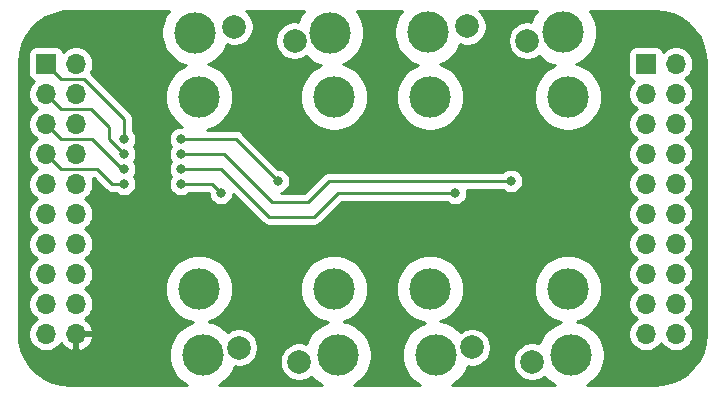
<source format=gbr>
%TF.GenerationSoftware,KiCad,Pcbnew,(5.1.6)-1*%
%TF.CreationDate,2020-06-16T18:44:35+01:00*%
%TF.ProjectId,I_sense_pcb,495f7365-6e73-4655-9f70-63622e6b6963,rev?*%
%TF.SameCoordinates,Original*%
%TF.FileFunction,Copper,L2,Bot*%
%TF.FilePolarity,Positive*%
%FSLAX46Y46*%
G04 Gerber Fmt 4.6, Leading zero omitted, Abs format (unit mm)*
G04 Created by KiCad (PCBNEW (5.1.6)-1) date 2020-06-16 18:44:35*
%MOMM*%
%LPD*%
G01*
G04 APERTURE LIST*
%TA.AperFunction,ComponentPad*%
%ADD10C,3.500000*%
%TD*%
%TA.AperFunction,ComponentPad*%
%ADD11C,2.010000*%
%TD*%
%TA.AperFunction,ComponentPad*%
%ADD12R,1.700000X1.700000*%
%TD*%
%TA.AperFunction,ComponentPad*%
%ADD13O,1.700000X1.700000*%
%TD*%
%TA.AperFunction,ViaPad*%
%ADD14C,0.800000*%
%TD*%
%TA.AperFunction,Conductor*%
%ADD15C,0.250000*%
%TD*%
%TA.AperFunction,Conductor*%
%ADD16C,0.254000*%
%TD*%
G04 APERTURE END LIST*
D10*
%TO.P,J9,1*%
%TO.N,Net-(F3-Pad2)*%
X153760000Y-55982000D03*
%TD*%
%TO.P,J10,1*%
%TO.N,Net-(F3-Pad1)*%
X142330000Y-55982000D03*
%TD*%
%TO.P,J14,1*%
%TO.N,Net-(J14-Pad1)*%
X154156000Y-77690000D03*
%TD*%
%TO.P,J15,1*%
%TO.N,Net-(J15-Pad1)*%
X154156000Y-61434000D03*
%TD*%
D11*
%TO.P,F4,1*%
%TO.N,Net-(F4-Pad1)*%
X146013000Y-82652000D03*
%TO.P,F4,2*%
%TO.N,Net-(F4-Pad2)*%
X151113000Y-83852000D03*
%TD*%
D10*
%TO.P,J13,1*%
%TO.N,Net-(J13-Pad1)*%
X142472000Y-61434000D03*
%TD*%
%TO.P,J16,1*%
%TO.N,Net-(J16-Pad1)*%
X142472000Y-77690000D03*
%TD*%
%TO.P,J12,1*%
%TO.N,Net-(F4-Pad1)*%
X142965000Y-83287000D03*
%TD*%
%TO.P,J11,1*%
%TO.N,Net-(F4-Pad2)*%
X154395000Y-83287000D03*
%TD*%
D11*
%TO.P,F3,2*%
%TO.N,Net-(F3-Pad2)*%
X150732000Y-56674000D03*
%TO.P,F3,1*%
%TO.N,Net-(F3-Pad1)*%
X145632000Y-55474000D03*
%TD*%
%TO.P,F2,1*%
%TO.N,Net-(F2-Pad1)*%
X125910000Y-55482000D03*
%TO.P,F2,2*%
%TO.N,Net-(F2-Pad2)*%
X131010000Y-56682000D03*
%TD*%
D10*
%TO.P,J1,1*%
%TO.N,Net-(F1-Pad2)*%
X134673000Y-83295000D03*
%TD*%
%TO.P,J2,1*%
%TO.N,Net-(F1-Pad1)*%
X123243000Y-83295000D03*
%TD*%
%TO.P,J7,1*%
%TO.N,Net-(J7-Pad1)*%
X122914000Y-77690000D03*
%TD*%
%TO.P,J6,1*%
%TO.N,Net-(J6-Pad1)*%
X122914000Y-61434000D03*
%TD*%
D11*
%TO.P,F1,2*%
%TO.N,Net-(F1-Pad2)*%
X131391000Y-83860000D03*
%TO.P,F1,1*%
%TO.N,Net-(F1-Pad1)*%
X126291000Y-82660000D03*
%TD*%
D10*
%TO.P,J8,1*%
%TO.N,Net-(J8-Pad1)*%
X134344000Y-61434000D03*
%TD*%
%TO.P,J5,1*%
%TO.N,Net-(J5-Pad1)*%
X134344000Y-77690000D03*
%TD*%
%TO.P,J4,1*%
%TO.N,Net-(F2-Pad1)*%
X122608000Y-55990000D03*
%TD*%
%TO.P,J3,1*%
%TO.N,Net-(F2-Pad2)*%
X134038000Y-55990000D03*
%TD*%
D12*
%TO.P,J17,1*%
%TO.N,A0*%
X109960000Y-58640000D03*
D13*
%TO.P,J17,2*%
%TO.N,I_sense_2*%
X112500000Y-58640000D03*
%TO.P,J17,3*%
%TO.N,A1*%
X109960000Y-61180000D03*
%TO.P,J17,4*%
%TO.N,T_sense2*%
X112500000Y-61180000D03*
%TO.P,J17,5*%
%TO.N,A2*%
X109960000Y-63720000D03*
%TO.P,J17,6*%
%TO.N,+3V3*%
X112500000Y-63720000D03*
%TO.P,J17,7*%
%TO.N,A3*%
X109960000Y-66260000D03*
%TO.P,J17,8*%
%TO.N,SDA*%
X112500000Y-66260000D03*
%TO.P,J17,9*%
%TO.N,A4*%
X109960000Y-68800000D03*
%TO.P,J17,10*%
%TO.N,SCL*%
X112500000Y-68800000D03*
%TO.P,J17,11*%
%TO.N,D0*%
X109960000Y-71340000D03*
%TO.P,J17,12*%
%TO.N,I_sense_1*%
X112500000Y-71340000D03*
%TO.P,J17,13*%
%TO.N,D1*%
X109960000Y-73880000D03*
%TO.P,J17,14*%
%TO.N,T_sense1*%
X112500000Y-73880000D03*
%TO.P,J17,15*%
%TO.N,D2*%
X109960000Y-76420000D03*
%TO.P,J17,16*%
%TO.N,D3*%
X112500000Y-76420000D03*
%TO.P,J17,17*%
%TO.N,PWM0*%
X109960000Y-78960000D03*
%TO.P,J17,18*%
%TO.N,+5V*%
X112500000Y-78960000D03*
%TO.P,J17,19*%
%TO.N,PWM1*%
X109960000Y-81500000D03*
%TO.P,J17,20*%
%TO.N,GND*%
X112500000Y-81500000D03*
%TD*%
%TO.P,J18,20*%
%TO.N,Net-(J18-Pad20)*%
X163300000Y-81500000D03*
%TO.P,J18,19*%
%TO.N,Net-(J18-Pad19)*%
X160760000Y-81500000D03*
%TO.P,J18,18*%
%TO.N,Net-(J18-Pad18)*%
X163300000Y-78960000D03*
%TO.P,J18,17*%
%TO.N,Net-(J18-Pad17)*%
X160760000Y-78960000D03*
%TO.P,J18,16*%
%TO.N,Net-(J18-Pad16)*%
X163300000Y-76420000D03*
%TO.P,J18,15*%
%TO.N,Net-(J18-Pad15)*%
X160760000Y-76420000D03*
%TO.P,J18,14*%
%TO.N,Net-(J18-Pad14)*%
X163300000Y-73880000D03*
%TO.P,J18,13*%
%TO.N,Net-(J18-Pad13)*%
X160760000Y-73880000D03*
%TO.P,J18,12*%
%TO.N,Net-(J18-Pad12)*%
X163300000Y-71340000D03*
%TO.P,J18,11*%
%TO.N,Net-(J18-Pad11)*%
X160760000Y-71340000D03*
%TO.P,J18,10*%
%TO.N,Net-(J18-Pad10)*%
X163300000Y-68800000D03*
%TO.P,J18,9*%
%TO.N,Net-(J18-Pad9)*%
X160760000Y-68800000D03*
%TO.P,J18,8*%
%TO.N,Net-(J18-Pad8)*%
X163300000Y-66260000D03*
%TO.P,J18,7*%
%TO.N,Net-(J18-Pad7)*%
X160760000Y-66260000D03*
%TO.P,J18,6*%
%TO.N,Net-(J18-Pad6)*%
X163300000Y-63720000D03*
%TO.P,J18,5*%
%TO.N,Net-(J18-Pad5)*%
X160760000Y-63720000D03*
%TO.P,J18,4*%
%TO.N,Net-(J18-Pad4)*%
X163300000Y-61180000D03*
%TO.P,J18,3*%
%TO.N,Net-(J18-Pad3)*%
X160760000Y-61180000D03*
%TO.P,J18,2*%
%TO.N,Net-(J18-Pad2)*%
X163300000Y-58640000D03*
D12*
%TO.P,J18,1*%
%TO.N,Net-(J18-Pad1)*%
X160760000Y-58640000D03*
%TD*%
D14*
%TO.N,GND*%
X128756000Y-73118000D03*
X128756000Y-66006000D03*
X148568000Y-73118000D03*
X148568000Y-66006000D03*
%TO.N,A0*%
X129593000Y-68563000D03*
X121390000Y-64990000D03*
X116564000Y-64990000D03*
%TO.N,A1*%
X149315000Y-68555000D03*
X121390000Y-66260000D03*
X116564000Y-66260000D03*
%TO.N,A2*%
X144616795Y-69562000D03*
X121390000Y-67530000D03*
X116564000Y-67530000D03*
%TO.N,A3*%
X124780000Y-69562000D03*
X121390000Y-68800000D03*
X116564000Y-68800000D03*
%TD*%
D15*
%TO.N,A0*%
X111230000Y-59910000D02*
X109960000Y-58640000D01*
X113172200Y-59910000D02*
X111230000Y-59910000D01*
X129593000Y-68563000D02*
X126020000Y-64990000D01*
X126020000Y-64990000D02*
X121390000Y-64990000D01*
X121390000Y-64990000D02*
X121390000Y-64990000D01*
X116564000Y-64990000D02*
X116564000Y-64990000D01*
X116564000Y-63301800D02*
X113172200Y-59910000D01*
X116564000Y-64990000D02*
X116564000Y-63301800D01*
%TO.N,A1*%
X133915000Y-68555000D02*
X132146000Y-70324000D01*
X129098000Y-70324000D02*
X125034000Y-66260000D01*
X125034000Y-66260000D02*
X121390000Y-66260000D01*
X132146000Y-70324000D02*
X129098000Y-70324000D01*
X116564000Y-66260000D02*
X116564000Y-66260000D01*
X111230000Y-62450000D02*
X109960000Y-61180000D01*
X113770000Y-62450000D02*
X111230000Y-62450000D01*
X115294000Y-63974000D02*
X113770000Y-62450000D01*
X116564000Y-66260000D02*
X115294000Y-64990000D01*
X115294000Y-64990000D02*
X115294000Y-63974000D01*
X133915000Y-68555000D02*
X149315000Y-68555000D01*
%TO.N,A2*%
X128844000Y-71594000D02*
X132654000Y-71594000D01*
X111230000Y-64990000D02*
X113858000Y-64990000D01*
X132654000Y-71594000D02*
X134686000Y-69562000D01*
X116398000Y-67530000D02*
X116564000Y-67530000D01*
X109960000Y-63720000D02*
X111230000Y-64990000D01*
X124780000Y-67530000D02*
X128844000Y-71594000D01*
X121390000Y-67530000D02*
X124780000Y-67530000D01*
X113858000Y-64990000D02*
X116398000Y-67530000D01*
X144616795Y-69562000D02*
X134686000Y-69562000D01*
%TO.N,A3*%
X124780000Y-69562000D02*
X124018000Y-68800000D01*
X124018000Y-68800000D02*
X121390000Y-68800000D01*
X114303400Y-67555400D02*
X111255400Y-67555400D01*
X116564000Y-68800000D02*
X115548000Y-68800000D01*
X111255400Y-67555400D02*
X109960000Y-66260000D01*
X115548000Y-68800000D02*
X114303400Y-67555400D01*
%TD*%
D16*
%TO.N,GND*%
G36*
X120058435Y-54627229D02*
G01*
X119841561Y-55150810D01*
X119731000Y-55706640D01*
X119731000Y-56273360D01*
X119841561Y-56829190D01*
X120058435Y-57352771D01*
X120373288Y-57823981D01*
X120774019Y-58224712D01*
X121245229Y-58539565D01*
X121768810Y-58756439D01*
X121830577Y-58768725D01*
X121551229Y-58884435D01*
X121080019Y-59199288D01*
X120679288Y-59600019D01*
X120364435Y-60071229D01*
X120147561Y-60594810D01*
X120037000Y-61150640D01*
X120037000Y-61717360D01*
X120147561Y-62273190D01*
X120364435Y-62796771D01*
X120679288Y-63267981D01*
X121080019Y-63668712D01*
X121515489Y-63959684D01*
X121491939Y-63955000D01*
X121288061Y-63955000D01*
X121088102Y-63994774D01*
X120899744Y-64072795D01*
X120730226Y-64186063D01*
X120586063Y-64330226D01*
X120472795Y-64499744D01*
X120394774Y-64688102D01*
X120355000Y-64888061D01*
X120355000Y-65091939D01*
X120394774Y-65291898D01*
X120472795Y-65480256D01*
X120569510Y-65625000D01*
X120472795Y-65769744D01*
X120394774Y-65958102D01*
X120355000Y-66158061D01*
X120355000Y-66361939D01*
X120394774Y-66561898D01*
X120472795Y-66750256D01*
X120569510Y-66895000D01*
X120472795Y-67039744D01*
X120394774Y-67228102D01*
X120355000Y-67428061D01*
X120355000Y-67631939D01*
X120394774Y-67831898D01*
X120472795Y-68020256D01*
X120569510Y-68165000D01*
X120472795Y-68309744D01*
X120394774Y-68498102D01*
X120355000Y-68698061D01*
X120355000Y-68901939D01*
X120394774Y-69101898D01*
X120472795Y-69290256D01*
X120586063Y-69459774D01*
X120730226Y-69603937D01*
X120899744Y-69717205D01*
X121088102Y-69795226D01*
X121288061Y-69835000D01*
X121491939Y-69835000D01*
X121691898Y-69795226D01*
X121880256Y-69717205D01*
X122049774Y-69603937D01*
X122093711Y-69560000D01*
X123703199Y-69560000D01*
X123745000Y-69601801D01*
X123745000Y-69663939D01*
X123784774Y-69863898D01*
X123862795Y-70052256D01*
X123976063Y-70221774D01*
X124120226Y-70365937D01*
X124289744Y-70479205D01*
X124478102Y-70557226D01*
X124678061Y-70597000D01*
X124881939Y-70597000D01*
X125081898Y-70557226D01*
X125270256Y-70479205D01*
X125439774Y-70365937D01*
X125583937Y-70221774D01*
X125697205Y-70052256D01*
X125775226Y-69863898D01*
X125815000Y-69663939D01*
X125815000Y-69639801D01*
X128280201Y-72105003D01*
X128303999Y-72134001D01*
X128332997Y-72157799D01*
X128419723Y-72228974D01*
X128527593Y-72286632D01*
X128551753Y-72299546D01*
X128695014Y-72343003D01*
X128806667Y-72354000D01*
X128806677Y-72354000D01*
X128844000Y-72357676D01*
X128881323Y-72354000D01*
X132616678Y-72354000D01*
X132654000Y-72357676D01*
X132691322Y-72354000D01*
X132691333Y-72354000D01*
X132802986Y-72343003D01*
X132946247Y-72299546D01*
X133078276Y-72228974D01*
X133194001Y-72134001D01*
X133217804Y-72104997D01*
X135000802Y-70322000D01*
X143913084Y-70322000D01*
X143957021Y-70365937D01*
X144126539Y-70479205D01*
X144314897Y-70557226D01*
X144514856Y-70597000D01*
X144718734Y-70597000D01*
X144918693Y-70557226D01*
X145107051Y-70479205D01*
X145276569Y-70365937D01*
X145420732Y-70221774D01*
X145534000Y-70052256D01*
X145612021Y-69863898D01*
X145651795Y-69663939D01*
X145651795Y-69460061D01*
X145622941Y-69315000D01*
X148611289Y-69315000D01*
X148655226Y-69358937D01*
X148824744Y-69472205D01*
X149013102Y-69550226D01*
X149213061Y-69590000D01*
X149416939Y-69590000D01*
X149616898Y-69550226D01*
X149805256Y-69472205D01*
X149974774Y-69358937D01*
X150118937Y-69214774D01*
X150232205Y-69045256D01*
X150310226Y-68856898D01*
X150350000Y-68656939D01*
X150350000Y-68453061D01*
X150310226Y-68253102D01*
X150232205Y-68064744D01*
X150118937Y-67895226D01*
X149974774Y-67751063D01*
X149805256Y-67637795D01*
X149616898Y-67559774D01*
X149416939Y-67520000D01*
X149213061Y-67520000D01*
X149013102Y-67559774D01*
X148824744Y-67637795D01*
X148655226Y-67751063D01*
X148611289Y-67795000D01*
X133952325Y-67795000D01*
X133915000Y-67791324D01*
X133877675Y-67795000D01*
X133877667Y-67795000D01*
X133766014Y-67805997D01*
X133622753Y-67849454D01*
X133490724Y-67920026D01*
X133374999Y-68014999D01*
X133351201Y-68043997D01*
X131831199Y-69564000D01*
X129865870Y-69564000D01*
X129894898Y-69558226D01*
X130083256Y-69480205D01*
X130252774Y-69366937D01*
X130396937Y-69222774D01*
X130510205Y-69053256D01*
X130588226Y-68864898D01*
X130628000Y-68664939D01*
X130628000Y-68461061D01*
X130588226Y-68261102D01*
X130510205Y-68072744D01*
X130396937Y-67903226D01*
X130252774Y-67759063D01*
X130083256Y-67645795D01*
X129894898Y-67567774D01*
X129694939Y-67528000D01*
X129632802Y-67528000D01*
X126583804Y-64479003D01*
X126560001Y-64449999D01*
X126444276Y-64355026D01*
X126312247Y-64284454D01*
X126168986Y-64240997D01*
X126057333Y-64230000D01*
X126057322Y-64230000D01*
X126020000Y-64226324D01*
X125982678Y-64230000D01*
X123604576Y-64230000D01*
X123753190Y-64200439D01*
X124276771Y-63983565D01*
X124747981Y-63668712D01*
X125148712Y-63267981D01*
X125463565Y-62796771D01*
X125680439Y-62273190D01*
X125791000Y-61717360D01*
X125791000Y-61150640D01*
X125680439Y-60594810D01*
X125463565Y-60071229D01*
X125148712Y-59600019D01*
X124747981Y-59199288D01*
X124276771Y-58884435D01*
X123753190Y-58667561D01*
X123691423Y-58655275D01*
X123970771Y-58539565D01*
X124441981Y-58224712D01*
X124842712Y-57823981D01*
X125157565Y-57352771D01*
X125301573Y-57005104D01*
X125431630Y-57058975D01*
X125748474Y-57122000D01*
X126071526Y-57122000D01*
X126388370Y-57058975D01*
X126686831Y-56935349D01*
X126955439Y-56755871D01*
X127183871Y-56527439D01*
X127363349Y-56258831D01*
X127486975Y-55960370D01*
X127550000Y-55643526D01*
X127550000Y-55320474D01*
X127486975Y-55003630D01*
X127363349Y-54705169D01*
X127183871Y-54436561D01*
X126955439Y-54208129D01*
X126883409Y-54160000D01*
X131800628Y-54160000D01*
X131488435Y-54627229D01*
X131305586Y-55068667D01*
X131171526Y-55042000D01*
X130848474Y-55042000D01*
X130531630Y-55105025D01*
X130233169Y-55228651D01*
X129964561Y-55408129D01*
X129736129Y-55636561D01*
X129556651Y-55905169D01*
X129433025Y-56203630D01*
X129370000Y-56520474D01*
X129370000Y-56843526D01*
X129433025Y-57160370D01*
X129556651Y-57458831D01*
X129736129Y-57727439D01*
X129964561Y-57955871D01*
X130233169Y-58135349D01*
X130531630Y-58258975D01*
X130848474Y-58322000D01*
X131171526Y-58322000D01*
X131488370Y-58258975D01*
X131786831Y-58135349D01*
X131983348Y-58004041D01*
X132204019Y-58224712D01*
X132675229Y-58539565D01*
X133198810Y-58756439D01*
X133260577Y-58768725D01*
X132981229Y-58884435D01*
X132510019Y-59199288D01*
X132109288Y-59600019D01*
X131794435Y-60071229D01*
X131577561Y-60594810D01*
X131467000Y-61150640D01*
X131467000Y-61717360D01*
X131577561Y-62273190D01*
X131794435Y-62796771D01*
X132109288Y-63267981D01*
X132510019Y-63668712D01*
X132981229Y-63983565D01*
X133504810Y-64200439D01*
X134060640Y-64311000D01*
X134627360Y-64311000D01*
X135183190Y-64200439D01*
X135706771Y-63983565D01*
X136177981Y-63668712D01*
X136578712Y-63267981D01*
X136893565Y-62796771D01*
X137110439Y-62273190D01*
X137221000Y-61717360D01*
X137221000Y-61150640D01*
X137110439Y-60594810D01*
X136893565Y-60071229D01*
X136578712Y-59600019D01*
X136177981Y-59199288D01*
X135706771Y-58884435D01*
X135183190Y-58667561D01*
X135121423Y-58655275D01*
X135400771Y-58539565D01*
X135871981Y-58224712D01*
X136272712Y-57823981D01*
X136587565Y-57352771D01*
X136804439Y-56829190D01*
X136915000Y-56273360D01*
X136915000Y-55706640D01*
X136804439Y-55150810D01*
X136587565Y-54627229D01*
X136275372Y-54160000D01*
X140087283Y-54160000D01*
X139780435Y-54619229D01*
X139563561Y-55142810D01*
X139453000Y-55698640D01*
X139453000Y-56265360D01*
X139563561Y-56821190D01*
X139780435Y-57344771D01*
X140095288Y-57815981D01*
X140496019Y-58216712D01*
X140967229Y-58531565D01*
X141464181Y-58737409D01*
X141109229Y-58884435D01*
X140638019Y-59199288D01*
X140237288Y-59600019D01*
X139922435Y-60071229D01*
X139705561Y-60594810D01*
X139595000Y-61150640D01*
X139595000Y-61717360D01*
X139705561Y-62273190D01*
X139922435Y-62796771D01*
X140237288Y-63267981D01*
X140638019Y-63668712D01*
X141109229Y-63983565D01*
X141632810Y-64200439D01*
X142188640Y-64311000D01*
X142755360Y-64311000D01*
X143311190Y-64200439D01*
X143834771Y-63983565D01*
X144305981Y-63668712D01*
X144706712Y-63267981D01*
X145021565Y-62796771D01*
X145238439Y-62273190D01*
X145349000Y-61717360D01*
X145349000Y-61150640D01*
X145238439Y-60594810D01*
X145021565Y-60071229D01*
X144706712Y-59600019D01*
X144305981Y-59199288D01*
X143834771Y-58884435D01*
X143337819Y-58678591D01*
X143692771Y-58531565D01*
X144163981Y-58216712D01*
X144564712Y-57815981D01*
X144879565Y-57344771D01*
X145023573Y-56997104D01*
X145153630Y-57050975D01*
X145470474Y-57114000D01*
X145793526Y-57114000D01*
X146110370Y-57050975D01*
X146408831Y-56927349D01*
X146677439Y-56747871D01*
X146905871Y-56519439D01*
X147085349Y-56250831D01*
X147208975Y-55952370D01*
X147272000Y-55635526D01*
X147272000Y-55312474D01*
X147208975Y-54995630D01*
X147085349Y-54697169D01*
X146905871Y-54428561D01*
X146677439Y-54200129D01*
X146617382Y-54160000D01*
X151517283Y-54160000D01*
X151210435Y-54619229D01*
X151027586Y-55060667D01*
X150893526Y-55034000D01*
X150570474Y-55034000D01*
X150253630Y-55097025D01*
X149955169Y-55220651D01*
X149686561Y-55400129D01*
X149458129Y-55628561D01*
X149278651Y-55897169D01*
X149155025Y-56195630D01*
X149092000Y-56512474D01*
X149092000Y-56835526D01*
X149155025Y-57152370D01*
X149278651Y-57450831D01*
X149458129Y-57719439D01*
X149686561Y-57947871D01*
X149955169Y-58127349D01*
X150253630Y-58250975D01*
X150570474Y-58314000D01*
X150893526Y-58314000D01*
X151210370Y-58250975D01*
X151508831Y-58127349D01*
X151705348Y-57996041D01*
X151926019Y-58216712D01*
X152397229Y-58531565D01*
X152920810Y-58748439D01*
X153056427Y-58775415D01*
X152793229Y-58884435D01*
X152322019Y-59199288D01*
X151921288Y-59600019D01*
X151606435Y-60071229D01*
X151389561Y-60594810D01*
X151279000Y-61150640D01*
X151279000Y-61717360D01*
X151389561Y-62273190D01*
X151606435Y-62796771D01*
X151921288Y-63267981D01*
X152322019Y-63668712D01*
X152793229Y-63983565D01*
X153316810Y-64200439D01*
X153872640Y-64311000D01*
X154439360Y-64311000D01*
X154995190Y-64200439D01*
X155518771Y-63983565D01*
X155989981Y-63668712D01*
X156390712Y-63267981D01*
X156705565Y-62796771D01*
X156922439Y-62273190D01*
X157033000Y-61717360D01*
X157033000Y-61150640D01*
X156922439Y-60594810D01*
X156705565Y-60071229D01*
X156390712Y-59600019D01*
X155989981Y-59199288D01*
X155518771Y-58884435D01*
X154995190Y-58667561D01*
X154859573Y-58640585D01*
X155122771Y-58531565D01*
X155593981Y-58216712D01*
X155994712Y-57815981D01*
X156012071Y-57790000D01*
X159271928Y-57790000D01*
X159271928Y-59490000D01*
X159284188Y-59614482D01*
X159320498Y-59734180D01*
X159379463Y-59844494D01*
X159458815Y-59941185D01*
X159555506Y-60020537D01*
X159665820Y-60079502D01*
X159738380Y-60101513D01*
X159606525Y-60233368D01*
X159444010Y-60476589D01*
X159332068Y-60746842D01*
X159275000Y-61033740D01*
X159275000Y-61326260D01*
X159332068Y-61613158D01*
X159444010Y-61883411D01*
X159606525Y-62126632D01*
X159813368Y-62333475D01*
X159987760Y-62450000D01*
X159813368Y-62566525D01*
X159606525Y-62773368D01*
X159444010Y-63016589D01*
X159332068Y-63286842D01*
X159275000Y-63573740D01*
X159275000Y-63866260D01*
X159332068Y-64153158D01*
X159444010Y-64423411D01*
X159606525Y-64666632D01*
X159813368Y-64873475D01*
X159987760Y-64990000D01*
X159813368Y-65106525D01*
X159606525Y-65313368D01*
X159444010Y-65556589D01*
X159332068Y-65826842D01*
X159275000Y-66113740D01*
X159275000Y-66406260D01*
X159332068Y-66693158D01*
X159444010Y-66963411D01*
X159606525Y-67206632D01*
X159813368Y-67413475D01*
X159987760Y-67530000D01*
X159813368Y-67646525D01*
X159606525Y-67853368D01*
X159444010Y-68096589D01*
X159332068Y-68366842D01*
X159275000Y-68653740D01*
X159275000Y-68946260D01*
X159332068Y-69233158D01*
X159444010Y-69503411D01*
X159606525Y-69746632D01*
X159813368Y-69953475D01*
X159987760Y-70070000D01*
X159813368Y-70186525D01*
X159606525Y-70393368D01*
X159444010Y-70636589D01*
X159332068Y-70906842D01*
X159275000Y-71193740D01*
X159275000Y-71486260D01*
X159332068Y-71773158D01*
X159444010Y-72043411D01*
X159606525Y-72286632D01*
X159813368Y-72493475D01*
X159987760Y-72610000D01*
X159813368Y-72726525D01*
X159606525Y-72933368D01*
X159444010Y-73176589D01*
X159332068Y-73446842D01*
X159275000Y-73733740D01*
X159275000Y-74026260D01*
X159332068Y-74313158D01*
X159444010Y-74583411D01*
X159606525Y-74826632D01*
X159813368Y-75033475D01*
X159987760Y-75150000D01*
X159813368Y-75266525D01*
X159606525Y-75473368D01*
X159444010Y-75716589D01*
X159332068Y-75986842D01*
X159275000Y-76273740D01*
X159275000Y-76566260D01*
X159332068Y-76853158D01*
X159444010Y-77123411D01*
X159606525Y-77366632D01*
X159813368Y-77573475D01*
X159987760Y-77690000D01*
X159813368Y-77806525D01*
X159606525Y-78013368D01*
X159444010Y-78256589D01*
X159332068Y-78526842D01*
X159275000Y-78813740D01*
X159275000Y-79106260D01*
X159332068Y-79393158D01*
X159444010Y-79663411D01*
X159606525Y-79906632D01*
X159813368Y-80113475D01*
X159987760Y-80230000D01*
X159813368Y-80346525D01*
X159606525Y-80553368D01*
X159444010Y-80796589D01*
X159332068Y-81066842D01*
X159275000Y-81353740D01*
X159275000Y-81646260D01*
X159332068Y-81933158D01*
X159444010Y-82203411D01*
X159606525Y-82446632D01*
X159813368Y-82653475D01*
X160056589Y-82815990D01*
X160326842Y-82927932D01*
X160613740Y-82985000D01*
X160906260Y-82985000D01*
X161193158Y-82927932D01*
X161463411Y-82815990D01*
X161706632Y-82653475D01*
X161913475Y-82446632D01*
X162030000Y-82272240D01*
X162146525Y-82446632D01*
X162353368Y-82653475D01*
X162596589Y-82815990D01*
X162866842Y-82927932D01*
X163153740Y-82985000D01*
X163446260Y-82985000D01*
X163733158Y-82927932D01*
X164003411Y-82815990D01*
X164246632Y-82653475D01*
X164453475Y-82446632D01*
X164615990Y-82203411D01*
X164727932Y-81933158D01*
X164785000Y-81646260D01*
X164785000Y-81353740D01*
X164727932Y-81066842D01*
X164615990Y-80796589D01*
X164453475Y-80553368D01*
X164246632Y-80346525D01*
X164072240Y-80230000D01*
X164246632Y-80113475D01*
X164453475Y-79906632D01*
X164615990Y-79663411D01*
X164727932Y-79393158D01*
X164785000Y-79106260D01*
X164785000Y-78813740D01*
X164727932Y-78526842D01*
X164615990Y-78256589D01*
X164453475Y-78013368D01*
X164246632Y-77806525D01*
X164072240Y-77690000D01*
X164246632Y-77573475D01*
X164453475Y-77366632D01*
X164615990Y-77123411D01*
X164727932Y-76853158D01*
X164785000Y-76566260D01*
X164785000Y-76273740D01*
X164727932Y-75986842D01*
X164615990Y-75716589D01*
X164453475Y-75473368D01*
X164246632Y-75266525D01*
X164072240Y-75150000D01*
X164246632Y-75033475D01*
X164453475Y-74826632D01*
X164615990Y-74583411D01*
X164727932Y-74313158D01*
X164785000Y-74026260D01*
X164785000Y-73733740D01*
X164727932Y-73446842D01*
X164615990Y-73176589D01*
X164453475Y-72933368D01*
X164246632Y-72726525D01*
X164072240Y-72610000D01*
X164246632Y-72493475D01*
X164453475Y-72286632D01*
X164615990Y-72043411D01*
X164727932Y-71773158D01*
X164785000Y-71486260D01*
X164785000Y-71193740D01*
X164727932Y-70906842D01*
X164615990Y-70636589D01*
X164453475Y-70393368D01*
X164246632Y-70186525D01*
X164072240Y-70070000D01*
X164246632Y-69953475D01*
X164453475Y-69746632D01*
X164615990Y-69503411D01*
X164727932Y-69233158D01*
X164785000Y-68946260D01*
X164785000Y-68653740D01*
X164727932Y-68366842D01*
X164615990Y-68096589D01*
X164453475Y-67853368D01*
X164246632Y-67646525D01*
X164072240Y-67530000D01*
X164246632Y-67413475D01*
X164453475Y-67206632D01*
X164615990Y-66963411D01*
X164727932Y-66693158D01*
X164785000Y-66406260D01*
X164785000Y-66113740D01*
X164727932Y-65826842D01*
X164615990Y-65556589D01*
X164453475Y-65313368D01*
X164246632Y-65106525D01*
X164072240Y-64990000D01*
X164246632Y-64873475D01*
X164453475Y-64666632D01*
X164615990Y-64423411D01*
X164727932Y-64153158D01*
X164785000Y-63866260D01*
X164785000Y-63573740D01*
X164727932Y-63286842D01*
X164615990Y-63016589D01*
X164453475Y-62773368D01*
X164246632Y-62566525D01*
X164072240Y-62450000D01*
X164246632Y-62333475D01*
X164453475Y-62126632D01*
X164615990Y-61883411D01*
X164727932Y-61613158D01*
X164785000Y-61326260D01*
X164785000Y-61033740D01*
X164727932Y-60746842D01*
X164615990Y-60476589D01*
X164453475Y-60233368D01*
X164246632Y-60026525D01*
X164072240Y-59910000D01*
X164246632Y-59793475D01*
X164453475Y-59586632D01*
X164615990Y-59343411D01*
X164727932Y-59073158D01*
X164785000Y-58786260D01*
X164785000Y-58493740D01*
X164727932Y-58206842D01*
X164615990Y-57936589D01*
X164453475Y-57693368D01*
X164246632Y-57486525D01*
X164003411Y-57324010D01*
X163733158Y-57212068D01*
X163446260Y-57155000D01*
X163153740Y-57155000D01*
X162866842Y-57212068D01*
X162596589Y-57324010D01*
X162353368Y-57486525D01*
X162221513Y-57618380D01*
X162199502Y-57545820D01*
X162140537Y-57435506D01*
X162061185Y-57338815D01*
X161964494Y-57259463D01*
X161854180Y-57200498D01*
X161734482Y-57164188D01*
X161610000Y-57151928D01*
X159910000Y-57151928D01*
X159785518Y-57164188D01*
X159665820Y-57200498D01*
X159555506Y-57259463D01*
X159458815Y-57338815D01*
X159379463Y-57435506D01*
X159320498Y-57545820D01*
X159284188Y-57665518D01*
X159271928Y-57790000D01*
X156012071Y-57790000D01*
X156309565Y-57344771D01*
X156526439Y-56821190D01*
X156637000Y-56265360D01*
X156637000Y-55698640D01*
X156526439Y-55142810D01*
X156309565Y-54619229D01*
X156002717Y-54160000D01*
X161470608Y-54160000D01*
X162268083Y-54231173D01*
X163011891Y-54434656D01*
X163707905Y-54766638D01*
X164334130Y-55216626D01*
X164870777Y-55770403D01*
X165300871Y-56410451D01*
X165610829Y-57116553D01*
X165792065Y-57871457D01*
X165840001Y-58524220D01*
X165840000Y-81470608D01*
X165768827Y-82268083D01*
X165565344Y-83011890D01*
X165233363Y-83707904D01*
X164783374Y-84334130D01*
X164229597Y-84870777D01*
X163589549Y-85300871D01*
X162883447Y-85610829D01*
X162128543Y-85792065D01*
X161475793Y-85840000D01*
X155749478Y-85840000D01*
X155757771Y-85836565D01*
X156228981Y-85521712D01*
X156629712Y-85120981D01*
X156944565Y-84649771D01*
X157161439Y-84126190D01*
X157272000Y-83570360D01*
X157272000Y-83003640D01*
X157161439Y-82447810D01*
X156944565Y-81924229D01*
X156629712Y-81453019D01*
X156228981Y-81052288D01*
X155757771Y-80737435D01*
X155234190Y-80520561D01*
X154953508Y-80464730D01*
X154995190Y-80456439D01*
X155518771Y-80239565D01*
X155989981Y-79924712D01*
X156390712Y-79523981D01*
X156705565Y-79052771D01*
X156922439Y-78529190D01*
X157033000Y-77973360D01*
X157033000Y-77406640D01*
X156922439Y-76850810D01*
X156705565Y-76327229D01*
X156390712Y-75856019D01*
X155989981Y-75455288D01*
X155518771Y-75140435D01*
X154995190Y-74923561D01*
X154439360Y-74813000D01*
X153872640Y-74813000D01*
X153316810Y-74923561D01*
X152793229Y-75140435D01*
X152322019Y-75455288D01*
X151921288Y-75856019D01*
X151606435Y-76327229D01*
X151389561Y-76850810D01*
X151279000Y-77406640D01*
X151279000Y-77973360D01*
X151389561Y-78529190D01*
X151606435Y-79052771D01*
X151921288Y-79523981D01*
X152322019Y-79924712D01*
X152793229Y-80239565D01*
X153316810Y-80456439D01*
X153597492Y-80512270D01*
X153555810Y-80520561D01*
X153032229Y-80737435D01*
X152561019Y-81052288D01*
X152160288Y-81453019D01*
X151845435Y-81924229D01*
X151684203Y-82313478D01*
X151591370Y-82275025D01*
X151274526Y-82212000D01*
X150951474Y-82212000D01*
X150634630Y-82275025D01*
X150336169Y-82398651D01*
X150067561Y-82578129D01*
X149839129Y-82806561D01*
X149659651Y-83075169D01*
X149536025Y-83373630D01*
X149473000Y-83690474D01*
X149473000Y-84013526D01*
X149536025Y-84330370D01*
X149659651Y-84628831D01*
X149839129Y-84897439D01*
X150067561Y-85125871D01*
X150336169Y-85305349D01*
X150634630Y-85428975D01*
X150951474Y-85492000D01*
X151274526Y-85492000D01*
X151591370Y-85428975D01*
X151889831Y-85305349D01*
X152158439Y-85125871D01*
X152161809Y-85122502D01*
X152561019Y-85521712D01*
X153032229Y-85836565D01*
X153040522Y-85840000D01*
X144319478Y-85840000D01*
X144327771Y-85836565D01*
X144798981Y-85521712D01*
X145199712Y-85120981D01*
X145514565Y-84649771D01*
X145677124Y-84257319D01*
X145851474Y-84292000D01*
X146174526Y-84292000D01*
X146491370Y-84228975D01*
X146789831Y-84105349D01*
X147058439Y-83925871D01*
X147286871Y-83697439D01*
X147466349Y-83428831D01*
X147589975Y-83130370D01*
X147653000Y-82813526D01*
X147653000Y-82490474D01*
X147589975Y-82173630D01*
X147466349Y-81875169D01*
X147286871Y-81606561D01*
X147058439Y-81378129D01*
X146789831Y-81198651D01*
X146491370Y-81075025D01*
X146174526Y-81012000D01*
X145851474Y-81012000D01*
X145534630Y-81075025D01*
X145236169Y-81198651D01*
X145061832Y-81315139D01*
X144798981Y-81052288D01*
X144327771Y-80737435D01*
X143804190Y-80520561D01*
X143366548Y-80433509D01*
X143834771Y-80239565D01*
X144305981Y-79924712D01*
X144706712Y-79523981D01*
X145021565Y-79052771D01*
X145238439Y-78529190D01*
X145349000Y-77973360D01*
X145349000Y-77406640D01*
X145238439Y-76850810D01*
X145021565Y-76327229D01*
X144706712Y-75856019D01*
X144305981Y-75455288D01*
X143834771Y-75140435D01*
X143311190Y-74923561D01*
X142755360Y-74813000D01*
X142188640Y-74813000D01*
X141632810Y-74923561D01*
X141109229Y-75140435D01*
X140638019Y-75455288D01*
X140237288Y-75856019D01*
X139922435Y-76327229D01*
X139705561Y-76850810D01*
X139595000Y-77406640D01*
X139595000Y-77973360D01*
X139705561Y-78529190D01*
X139922435Y-79052771D01*
X140237288Y-79523981D01*
X140638019Y-79924712D01*
X141109229Y-80239565D01*
X141632810Y-80456439D01*
X142070452Y-80543491D01*
X141602229Y-80737435D01*
X141131019Y-81052288D01*
X140730288Y-81453019D01*
X140415435Y-81924229D01*
X140198561Y-82447810D01*
X140088000Y-83003640D01*
X140088000Y-83570360D01*
X140198561Y-84126190D01*
X140415435Y-84649771D01*
X140730288Y-85120981D01*
X141131019Y-85521712D01*
X141602229Y-85836565D01*
X141610522Y-85840000D01*
X136042603Y-85840000D01*
X136506981Y-85529712D01*
X136907712Y-85128981D01*
X137222565Y-84657771D01*
X137439439Y-84134190D01*
X137550000Y-83578360D01*
X137550000Y-83011640D01*
X137439439Y-82455810D01*
X137222565Y-81932229D01*
X136907712Y-81461019D01*
X136506981Y-81060288D01*
X136035771Y-80745435D01*
X135512190Y-80528561D01*
X135166398Y-80459779D01*
X135183190Y-80456439D01*
X135706771Y-80239565D01*
X136177981Y-79924712D01*
X136578712Y-79523981D01*
X136893565Y-79052771D01*
X137110439Y-78529190D01*
X137221000Y-77973360D01*
X137221000Y-77406640D01*
X137110439Y-76850810D01*
X136893565Y-76327229D01*
X136578712Y-75856019D01*
X136177981Y-75455288D01*
X135706771Y-75140435D01*
X135183190Y-74923561D01*
X134627360Y-74813000D01*
X134060640Y-74813000D01*
X133504810Y-74923561D01*
X132981229Y-75140435D01*
X132510019Y-75455288D01*
X132109288Y-75856019D01*
X131794435Y-76327229D01*
X131577561Y-76850810D01*
X131467000Y-77406640D01*
X131467000Y-77973360D01*
X131577561Y-78529190D01*
X131794435Y-79052771D01*
X132109288Y-79523981D01*
X132510019Y-79924712D01*
X132981229Y-80239565D01*
X133504810Y-80456439D01*
X133850602Y-80525221D01*
X133833810Y-80528561D01*
X133310229Y-80745435D01*
X132839019Y-81060288D01*
X132438288Y-81461019D01*
X132123435Y-81932229D01*
X131962203Y-82321478D01*
X131869370Y-82283025D01*
X131552526Y-82220000D01*
X131229474Y-82220000D01*
X130912630Y-82283025D01*
X130614169Y-82406651D01*
X130345561Y-82586129D01*
X130117129Y-82814561D01*
X129937651Y-83083169D01*
X129814025Y-83381630D01*
X129751000Y-83698474D01*
X129751000Y-84021526D01*
X129814025Y-84338370D01*
X129937651Y-84636831D01*
X130117129Y-84905439D01*
X130345561Y-85133871D01*
X130614169Y-85313349D01*
X130912630Y-85436975D01*
X131229474Y-85500000D01*
X131552526Y-85500000D01*
X131869370Y-85436975D01*
X132167831Y-85313349D01*
X132436439Y-85133871D01*
X132439809Y-85130502D01*
X132839019Y-85529712D01*
X133303397Y-85840000D01*
X124612603Y-85840000D01*
X125076981Y-85529712D01*
X125477712Y-85128981D01*
X125792565Y-84657771D01*
X125955124Y-84265319D01*
X126129474Y-84300000D01*
X126452526Y-84300000D01*
X126769370Y-84236975D01*
X127067831Y-84113349D01*
X127336439Y-83933871D01*
X127564871Y-83705439D01*
X127744349Y-83436831D01*
X127867975Y-83138370D01*
X127931000Y-82821526D01*
X127931000Y-82498474D01*
X127867975Y-82181630D01*
X127744349Y-81883169D01*
X127564871Y-81614561D01*
X127336439Y-81386129D01*
X127067831Y-81206651D01*
X126769370Y-81083025D01*
X126452526Y-81020000D01*
X126129474Y-81020000D01*
X125812630Y-81083025D01*
X125514169Y-81206651D01*
X125339832Y-81323139D01*
X125076981Y-81060288D01*
X124605771Y-80745435D01*
X124082190Y-80528561D01*
X123736398Y-80459779D01*
X123753190Y-80456439D01*
X124276771Y-80239565D01*
X124747981Y-79924712D01*
X125148712Y-79523981D01*
X125463565Y-79052771D01*
X125680439Y-78529190D01*
X125791000Y-77973360D01*
X125791000Y-77406640D01*
X125680439Y-76850810D01*
X125463565Y-76327229D01*
X125148712Y-75856019D01*
X124747981Y-75455288D01*
X124276771Y-75140435D01*
X123753190Y-74923561D01*
X123197360Y-74813000D01*
X122630640Y-74813000D01*
X122074810Y-74923561D01*
X121551229Y-75140435D01*
X121080019Y-75455288D01*
X120679288Y-75856019D01*
X120364435Y-76327229D01*
X120147561Y-76850810D01*
X120037000Y-77406640D01*
X120037000Y-77973360D01*
X120147561Y-78529190D01*
X120364435Y-79052771D01*
X120679288Y-79523981D01*
X121080019Y-79924712D01*
X121551229Y-80239565D01*
X122074810Y-80456439D01*
X122420602Y-80525221D01*
X122403810Y-80528561D01*
X121880229Y-80745435D01*
X121409019Y-81060288D01*
X121008288Y-81461019D01*
X120693435Y-81932229D01*
X120476561Y-82455810D01*
X120366000Y-83011640D01*
X120366000Y-83578360D01*
X120476561Y-84134190D01*
X120693435Y-84657771D01*
X121008288Y-85128981D01*
X121409019Y-85529712D01*
X121873397Y-85840000D01*
X112029392Y-85840000D01*
X111231917Y-85768827D01*
X110488110Y-85565344D01*
X109792096Y-85233363D01*
X109165870Y-84783374D01*
X108629223Y-84229597D01*
X108199129Y-83589549D01*
X107889171Y-82883447D01*
X107707935Y-82128543D01*
X107660000Y-81475793D01*
X107660000Y-58529392D01*
X107725989Y-57790000D01*
X108471928Y-57790000D01*
X108471928Y-59490000D01*
X108484188Y-59614482D01*
X108520498Y-59734180D01*
X108579463Y-59844494D01*
X108658815Y-59941185D01*
X108755506Y-60020537D01*
X108865820Y-60079502D01*
X108938380Y-60101513D01*
X108806525Y-60233368D01*
X108644010Y-60476589D01*
X108532068Y-60746842D01*
X108475000Y-61033740D01*
X108475000Y-61326260D01*
X108532068Y-61613158D01*
X108644010Y-61883411D01*
X108806525Y-62126632D01*
X109013368Y-62333475D01*
X109187760Y-62450000D01*
X109013368Y-62566525D01*
X108806525Y-62773368D01*
X108644010Y-63016589D01*
X108532068Y-63286842D01*
X108475000Y-63573740D01*
X108475000Y-63866260D01*
X108532068Y-64153158D01*
X108644010Y-64423411D01*
X108806525Y-64666632D01*
X109013368Y-64873475D01*
X109187760Y-64990000D01*
X109013368Y-65106525D01*
X108806525Y-65313368D01*
X108644010Y-65556589D01*
X108532068Y-65826842D01*
X108475000Y-66113740D01*
X108475000Y-66406260D01*
X108532068Y-66693158D01*
X108644010Y-66963411D01*
X108806525Y-67206632D01*
X109013368Y-67413475D01*
X109187760Y-67530000D01*
X109013368Y-67646525D01*
X108806525Y-67853368D01*
X108644010Y-68096589D01*
X108532068Y-68366842D01*
X108475000Y-68653740D01*
X108475000Y-68946260D01*
X108532068Y-69233158D01*
X108644010Y-69503411D01*
X108806525Y-69746632D01*
X109013368Y-69953475D01*
X109187760Y-70070000D01*
X109013368Y-70186525D01*
X108806525Y-70393368D01*
X108644010Y-70636589D01*
X108532068Y-70906842D01*
X108475000Y-71193740D01*
X108475000Y-71486260D01*
X108532068Y-71773158D01*
X108644010Y-72043411D01*
X108806525Y-72286632D01*
X109013368Y-72493475D01*
X109187760Y-72610000D01*
X109013368Y-72726525D01*
X108806525Y-72933368D01*
X108644010Y-73176589D01*
X108532068Y-73446842D01*
X108475000Y-73733740D01*
X108475000Y-74026260D01*
X108532068Y-74313158D01*
X108644010Y-74583411D01*
X108806525Y-74826632D01*
X109013368Y-75033475D01*
X109187760Y-75150000D01*
X109013368Y-75266525D01*
X108806525Y-75473368D01*
X108644010Y-75716589D01*
X108532068Y-75986842D01*
X108475000Y-76273740D01*
X108475000Y-76566260D01*
X108532068Y-76853158D01*
X108644010Y-77123411D01*
X108806525Y-77366632D01*
X109013368Y-77573475D01*
X109187760Y-77690000D01*
X109013368Y-77806525D01*
X108806525Y-78013368D01*
X108644010Y-78256589D01*
X108532068Y-78526842D01*
X108475000Y-78813740D01*
X108475000Y-79106260D01*
X108532068Y-79393158D01*
X108644010Y-79663411D01*
X108806525Y-79906632D01*
X109013368Y-80113475D01*
X109187760Y-80230000D01*
X109013368Y-80346525D01*
X108806525Y-80553368D01*
X108644010Y-80796589D01*
X108532068Y-81066842D01*
X108475000Y-81353740D01*
X108475000Y-81646260D01*
X108532068Y-81933158D01*
X108644010Y-82203411D01*
X108806525Y-82446632D01*
X109013368Y-82653475D01*
X109256589Y-82815990D01*
X109526842Y-82927932D01*
X109813740Y-82985000D01*
X110106260Y-82985000D01*
X110393158Y-82927932D01*
X110663411Y-82815990D01*
X110906632Y-82653475D01*
X111113475Y-82446632D01*
X111231100Y-82270594D01*
X111402412Y-82500269D01*
X111618645Y-82695178D01*
X111868748Y-82844157D01*
X112143109Y-82941481D01*
X112373000Y-82820814D01*
X112373000Y-81627000D01*
X112627000Y-81627000D01*
X112627000Y-82820814D01*
X112856891Y-82941481D01*
X113131252Y-82844157D01*
X113381355Y-82695178D01*
X113597588Y-82500269D01*
X113771641Y-82266920D01*
X113896825Y-82004099D01*
X113941476Y-81856890D01*
X113820155Y-81627000D01*
X112627000Y-81627000D01*
X112373000Y-81627000D01*
X112353000Y-81627000D01*
X112353000Y-81373000D01*
X112373000Y-81373000D01*
X112373000Y-81353000D01*
X112627000Y-81353000D01*
X112627000Y-81373000D01*
X113820155Y-81373000D01*
X113941476Y-81143110D01*
X113896825Y-80995901D01*
X113771641Y-80733080D01*
X113597588Y-80499731D01*
X113381355Y-80304822D01*
X113264466Y-80235195D01*
X113446632Y-80113475D01*
X113653475Y-79906632D01*
X113815990Y-79663411D01*
X113927932Y-79393158D01*
X113985000Y-79106260D01*
X113985000Y-78813740D01*
X113927932Y-78526842D01*
X113815990Y-78256589D01*
X113653475Y-78013368D01*
X113446632Y-77806525D01*
X113272240Y-77690000D01*
X113446632Y-77573475D01*
X113653475Y-77366632D01*
X113815990Y-77123411D01*
X113927932Y-76853158D01*
X113985000Y-76566260D01*
X113985000Y-76273740D01*
X113927932Y-75986842D01*
X113815990Y-75716589D01*
X113653475Y-75473368D01*
X113446632Y-75266525D01*
X113272240Y-75150000D01*
X113446632Y-75033475D01*
X113653475Y-74826632D01*
X113815990Y-74583411D01*
X113927932Y-74313158D01*
X113985000Y-74026260D01*
X113985000Y-73733740D01*
X113927932Y-73446842D01*
X113815990Y-73176589D01*
X113653475Y-72933368D01*
X113446632Y-72726525D01*
X113272240Y-72610000D01*
X113446632Y-72493475D01*
X113653475Y-72286632D01*
X113815990Y-72043411D01*
X113927932Y-71773158D01*
X113985000Y-71486260D01*
X113985000Y-71193740D01*
X113927932Y-70906842D01*
X113815990Y-70636589D01*
X113653475Y-70393368D01*
X113446632Y-70186525D01*
X113272240Y-70070000D01*
X113446632Y-69953475D01*
X113653475Y-69746632D01*
X113815990Y-69503411D01*
X113927932Y-69233158D01*
X113985000Y-68946260D01*
X113985000Y-68653740D01*
X113927932Y-68366842D01*
X113906624Y-68315400D01*
X113988599Y-68315400D01*
X114984200Y-69311002D01*
X115007999Y-69340001D01*
X115123724Y-69434974D01*
X115255753Y-69505546D01*
X115399014Y-69549003D01*
X115510667Y-69560000D01*
X115510676Y-69560000D01*
X115547999Y-69563676D01*
X115585322Y-69560000D01*
X115860289Y-69560000D01*
X115904226Y-69603937D01*
X116073744Y-69717205D01*
X116262102Y-69795226D01*
X116462061Y-69835000D01*
X116665939Y-69835000D01*
X116865898Y-69795226D01*
X117054256Y-69717205D01*
X117223774Y-69603937D01*
X117367937Y-69459774D01*
X117481205Y-69290256D01*
X117559226Y-69101898D01*
X117599000Y-68901939D01*
X117599000Y-68698061D01*
X117559226Y-68498102D01*
X117481205Y-68309744D01*
X117384490Y-68165000D01*
X117481205Y-68020256D01*
X117559226Y-67831898D01*
X117599000Y-67631939D01*
X117599000Y-67428061D01*
X117559226Y-67228102D01*
X117481205Y-67039744D01*
X117384490Y-66895000D01*
X117481205Y-66750256D01*
X117559226Y-66561898D01*
X117599000Y-66361939D01*
X117599000Y-66158061D01*
X117559226Y-65958102D01*
X117481205Y-65769744D01*
X117384490Y-65625000D01*
X117481205Y-65480256D01*
X117559226Y-65291898D01*
X117599000Y-65091939D01*
X117599000Y-64888061D01*
X117559226Y-64688102D01*
X117481205Y-64499744D01*
X117367937Y-64330226D01*
X117324000Y-64286289D01*
X117324000Y-63339133D01*
X117327677Y-63301800D01*
X117313003Y-63152814D01*
X117269546Y-63009553D01*
X117198974Y-62877524D01*
X117127799Y-62790797D01*
X117104001Y-62761799D01*
X117075003Y-62738001D01*
X113761685Y-59424684D01*
X113815990Y-59343411D01*
X113927932Y-59073158D01*
X113985000Y-58786260D01*
X113985000Y-58493740D01*
X113927932Y-58206842D01*
X113815990Y-57936589D01*
X113653475Y-57693368D01*
X113446632Y-57486525D01*
X113203411Y-57324010D01*
X112933158Y-57212068D01*
X112646260Y-57155000D01*
X112353740Y-57155000D01*
X112066842Y-57212068D01*
X111796589Y-57324010D01*
X111553368Y-57486525D01*
X111421513Y-57618380D01*
X111399502Y-57545820D01*
X111340537Y-57435506D01*
X111261185Y-57338815D01*
X111164494Y-57259463D01*
X111054180Y-57200498D01*
X110934482Y-57164188D01*
X110810000Y-57151928D01*
X109110000Y-57151928D01*
X108985518Y-57164188D01*
X108865820Y-57200498D01*
X108755506Y-57259463D01*
X108658815Y-57338815D01*
X108579463Y-57435506D01*
X108520498Y-57545820D01*
X108484188Y-57665518D01*
X108471928Y-57790000D01*
X107725989Y-57790000D01*
X107731173Y-57731917D01*
X107934656Y-56988109D01*
X108266638Y-56292095D01*
X108716626Y-55665870D01*
X109270403Y-55129223D01*
X109910451Y-54699129D01*
X110616553Y-54389171D01*
X111371457Y-54207935D01*
X112024207Y-54160000D01*
X120370628Y-54160000D01*
X120058435Y-54627229D01*
G37*
X120058435Y-54627229D02*
X119841561Y-55150810D01*
X119731000Y-55706640D01*
X119731000Y-56273360D01*
X119841561Y-56829190D01*
X120058435Y-57352771D01*
X120373288Y-57823981D01*
X120774019Y-58224712D01*
X121245229Y-58539565D01*
X121768810Y-58756439D01*
X121830577Y-58768725D01*
X121551229Y-58884435D01*
X121080019Y-59199288D01*
X120679288Y-59600019D01*
X120364435Y-60071229D01*
X120147561Y-60594810D01*
X120037000Y-61150640D01*
X120037000Y-61717360D01*
X120147561Y-62273190D01*
X120364435Y-62796771D01*
X120679288Y-63267981D01*
X121080019Y-63668712D01*
X121515489Y-63959684D01*
X121491939Y-63955000D01*
X121288061Y-63955000D01*
X121088102Y-63994774D01*
X120899744Y-64072795D01*
X120730226Y-64186063D01*
X120586063Y-64330226D01*
X120472795Y-64499744D01*
X120394774Y-64688102D01*
X120355000Y-64888061D01*
X120355000Y-65091939D01*
X120394774Y-65291898D01*
X120472795Y-65480256D01*
X120569510Y-65625000D01*
X120472795Y-65769744D01*
X120394774Y-65958102D01*
X120355000Y-66158061D01*
X120355000Y-66361939D01*
X120394774Y-66561898D01*
X120472795Y-66750256D01*
X120569510Y-66895000D01*
X120472795Y-67039744D01*
X120394774Y-67228102D01*
X120355000Y-67428061D01*
X120355000Y-67631939D01*
X120394774Y-67831898D01*
X120472795Y-68020256D01*
X120569510Y-68165000D01*
X120472795Y-68309744D01*
X120394774Y-68498102D01*
X120355000Y-68698061D01*
X120355000Y-68901939D01*
X120394774Y-69101898D01*
X120472795Y-69290256D01*
X120586063Y-69459774D01*
X120730226Y-69603937D01*
X120899744Y-69717205D01*
X121088102Y-69795226D01*
X121288061Y-69835000D01*
X121491939Y-69835000D01*
X121691898Y-69795226D01*
X121880256Y-69717205D01*
X122049774Y-69603937D01*
X122093711Y-69560000D01*
X123703199Y-69560000D01*
X123745000Y-69601801D01*
X123745000Y-69663939D01*
X123784774Y-69863898D01*
X123862795Y-70052256D01*
X123976063Y-70221774D01*
X124120226Y-70365937D01*
X124289744Y-70479205D01*
X124478102Y-70557226D01*
X124678061Y-70597000D01*
X124881939Y-70597000D01*
X125081898Y-70557226D01*
X125270256Y-70479205D01*
X125439774Y-70365937D01*
X125583937Y-70221774D01*
X125697205Y-70052256D01*
X125775226Y-69863898D01*
X125815000Y-69663939D01*
X125815000Y-69639801D01*
X128280201Y-72105003D01*
X128303999Y-72134001D01*
X128332997Y-72157799D01*
X128419723Y-72228974D01*
X128527593Y-72286632D01*
X128551753Y-72299546D01*
X128695014Y-72343003D01*
X128806667Y-72354000D01*
X128806677Y-72354000D01*
X128844000Y-72357676D01*
X128881323Y-72354000D01*
X132616678Y-72354000D01*
X132654000Y-72357676D01*
X132691322Y-72354000D01*
X132691333Y-72354000D01*
X132802986Y-72343003D01*
X132946247Y-72299546D01*
X133078276Y-72228974D01*
X133194001Y-72134001D01*
X133217804Y-72104997D01*
X135000802Y-70322000D01*
X143913084Y-70322000D01*
X143957021Y-70365937D01*
X144126539Y-70479205D01*
X144314897Y-70557226D01*
X144514856Y-70597000D01*
X144718734Y-70597000D01*
X144918693Y-70557226D01*
X145107051Y-70479205D01*
X145276569Y-70365937D01*
X145420732Y-70221774D01*
X145534000Y-70052256D01*
X145612021Y-69863898D01*
X145651795Y-69663939D01*
X145651795Y-69460061D01*
X145622941Y-69315000D01*
X148611289Y-69315000D01*
X148655226Y-69358937D01*
X148824744Y-69472205D01*
X149013102Y-69550226D01*
X149213061Y-69590000D01*
X149416939Y-69590000D01*
X149616898Y-69550226D01*
X149805256Y-69472205D01*
X149974774Y-69358937D01*
X150118937Y-69214774D01*
X150232205Y-69045256D01*
X150310226Y-68856898D01*
X150350000Y-68656939D01*
X150350000Y-68453061D01*
X150310226Y-68253102D01*
X150232205Y-68064744D01*
X150118937Y-67895226D01*
X149974774Y-67751063D01*
X149805256Y-67637795D01*
X149616898Y-67559774D01*
X149416939Y-67520000D01*
X149213061Y-67520000D01*
X149013102Y-67559774D01*
X148824744Y-67637795D01*
X148655226Y-67751063D01*
X148611289Y-67795000D01*
X133952325Y-67795000D01*
X133915000Y-67791324D01*
X133877675Y-67795000D01*
X133877667Y-67795000D01*
X133766014Y-67805997D01*
X133622753Y-67849454D01*
X133490724Y-67920026D01*
X133374999Y-68014999D01*
X133351201Y-68043997D01*
X131831199Y-69564000D01*
X129865870Y-69564000D01*
X129894898Y-69558226D01*
X130083256Y-69480205D01*
X130252774Y-69366937D01*
X130396937Y-69222774D01*
X130510205Y-69053256D01*
X130588226Y-68864898D01*
X130628000Y-68664939D01*
X130628000Y-68461061D01*
X130588226Y-68261102D01*
X130510205Y-68072744D01*
X130396937Y-67903226D01*
X130252774Y-67759063D01*
X130083256Y-67645795D01*
X129894898Y-67567774D01*
X129694939Y-67528000D01*
X129632802Y-67528000D01*
X126583804Y-64479003D01*
X126560001Y-64449999D01*
X126444276Y-64355026D01*
X126312247Y-64284454D01*
X126168986Y-64240997D01*
X126057333Y-64230000D01*
X126057322Y-64230000D01*
X126020000Y-64226324D01*
X125982678Y-64230000D01*
X123604576Y-64230000D01*
X123753190Y-64200439D01*
X124276771Y-63983565D01*
X124747981Y-63668712D01*
X125148712Y-63267981D01*
X125463565Y-62796771D01*
X125680439Y-62273190D01*
X125791000Y-61717360D01*
X125791000Y-61150640D01*
X125680439Y-60594810D01*
X125463565Y-60071229D01*
X125148712Y-59600019D01*
X124747981Y-59199288D01*
X124276771Y-58884435D01*
X123753190Y-58667561D01*
X123691423Y-58655275D01*
X123970771Y-58539565D01*
X124441981Y-58224712D01*
X124842712Y-57823981D01*
X125157565Y-57352771D01*
X125301573Y-57005104D01*
X125431630Y-57058975D01*
X125748474Y-57122000D01*
X126071526Y-57122000D01*
X126388370Y-57058975D01*
X126686831Y-56935349D01*
X126955439Y-56755871D01*
X127183871Y-56527439D01*
X127363349Y-56258831D01*
X127486975Y-55960370D01*
X127550000Y-55643526D01*
X127550000Y-55320474D01*
X127486975Y-55003630D01*
X127363349Y-54705169D01*
X127183871Y-54436561D01*
X126955439Y-54208129D01*
X126883409Y-54160000D01*
X131800628Y-54160000D01*
X131488435Y-54627229D01*
X131305586Y-55068667D01*
X131171526Y-55042000D01*
X130848474Y-55042000D01*
X130531630Y-55105025D01*
X130233169Y-55228651D01*
X129964561Y-55408129D01*
X129736129Y-55636561D01*
X129556651Y-55905169D01*
X129433025Y-56203630D01*
X129370000Y-56520474D01*
X129370000Y-56843526D01*
X129433025Y-57160370D01*
X129556651Y-57458831D01*
X129736129Y-57727439D01*
X129964561Y-57955871D01*
X130233169Y-58135349D01*
X130531630Y-58258975D01*
X130848474Y-58322000D01*
X131171526Y-58322000D01*
X131488370Y-58258975D01*
X131786831Y-58135349D01*
X131983348Y-58004041D01*
X132204019Y-58224712D01*
X132675229Y-58539565D01*
X133198810Y-58756439D01*
X133260577Y-58768725D01*
X132981229Y-58884435D01*
X132510019Y-59199288D01*
X132109288Y-59600019D01*
X131794435Y-60071229D01*
X131577561Y-60594810D01*
X131467000Y-61150640D01*
X131467000Y-61717360D01*
X131577561Y-62273190D01*
X131794435Y-62796771D01*
X132109288Y-63267981D01*
X132510019Y-63668712D01*
X132981229Y-63983565D01*
X133504810Y-64200439D01*
X134060640Y-64311000D01*
X134627360Y-64311000D01*
X135183190Y-64200439D01*
X135706771Y-63983565D01*
X136177981Y-63668712D01*
X136578712Y-63267981D01*
X136893565Y-62796771D01*
X137110439Y-62273190D01*
X137221000Y-61717360D01*
X137221000Y-61150640D01*
X137110439Y-60594810D01*
X136893565Y-60071229D01*
X136578712Y-59600019D01*
X136177981Y-59199288D01*
X135706771Y-58884435D01*
X135183190Y-58667561D01*
X135121423Y-58655275D01*
X135400771Y-58539565D01*
X135871981Y-58224712D01*
X136272712Y-57823981D01*
X136587565Y-57352771D01*
X136804439Y-56829190D01*
X136915000Y-56273360D01*
X136915000Y-55706640D01*
X136804439Y-55150810D01*
X136587565Y-54627229D01*
X136275372Y-54160000D01*
X140087283Y-54160000D01*
X139780435Y-54619229D01*
X139563561Y-55142810D01*
X139453000Y-55698640D01*
X139453000Y-56265360D01*
X139563561Y-56821190D01*
X139780435Y-57344771D01*
X140095288Y-57815981D01*
X140496019Y-58216712D01*
X140967229Y-58531565D01*
X141464181Y-58737409D01*
X141109229Y-58884435D01*
X140638019Y-59199288D01*
X140237288Y-59600019D01*
X139922435Y-60071229D01*
X139705561Y-60594810D01*
X139595000Y-61150640D01*
X139595000Y-61717360D01*
X139705561Y-62273190D01*
X139922435Y-62796771D01*
X140237288Y-63267981D01*
X140638019Y-63668712D01*
X141109229Y-63983565D01*
X141632810Y-64200439D01*
X142188640Y-64311000D01*
X142755360Y-64311000D01*
X143311190Y-64200439D01*
X143834771Y-63983565D01*
X144305981Y-63668712D01*
X144706712Y-63267981D01*
X145021565Y-62796771D01*
X145238439Y-62273190D01*
X145349000Y-61717360D01*
X145349000Y-61150640D01*
X145238439Y-60594810D01*
X145021565Y-60071229D01*
X144706712Y-59600019D01*
X144305981Y-59199288D01*
X143834771Y-58884435D01*
X143337819Y-58678591D01*
X143692771Y-58531565D01*
X144163981Y-58216712D01*
X144564712Y-57815981D01*
X144879565Y-57344771D01*
X145023573Y-56997104D01*
X145153630Y-57050975D01*
X145470474Y-57114000D01*
X145793526Y-57114000D01*
X146110370Y-57050975D01*
X146408831Y-56927349D01*
X146677439Y-56747871D01*
X146905871Y-56519439D01*
X147085349Y-56250831D01*
X147208975Y-55952370D01*
X147272000Y-55635526D01*
X147272000Y-55312474D01*
X147208975Y-54995630D01*
X147085349Y-54697169D01*
X146905871Y-54428561D01*
X146677439Y-54200129D01*
X146617382Y-54160000D01*
X151517283Y-54160000D01*
X151210435Y-54619229D01*
X151027586Y-55060667D01*
X150893526Y-55034000D01*
X150570474Y-55034000D01*
X150253630Y-55097025D01*
X149955169Y-55220651D01*
X149686561Y-55400129D01*
X149458129Y-55628561D01*
X149278651Y-55897169D01*
X149155025Y-56195630D01*
X149092000Y-56512474D01*
X149092000Y-56835526D01*
X149155025Y-57152370D01*
X149278651Y-57450831D01*
X149458129Y-57719439D01*
X149686561Y-57947871D01*
X149955169Y-58127349D01*
X150253630Y-58250975D01*
X150570474Y-58314000D01*
X150893526Y-58314000D01*
X151210370Y-58250975D01*
X151508831Y-58127349D01*
X151705348Y-57996041D01*
X151926019Y-58216712D01*
X152397229Y-58531565D01*
X152920810Y-58748439D01*
X153056427Y-58775415D01*
X152793229Y-58884435D01*
X152322019Y-59199288D01*
X151921288Y-59600019D01*
X151606435Y-60071229D01*
X151389561Y-60594810D01*
X151279000Y-61150640D01*
X151279000Y-61717360D01*
X151389561Y-62273190D01*
X151606435Y-62796771D01*
X151921288Y-63267981D01*
X152322019Y-63668712D01*
X152793229Y-63983565D01*
X153316810Y-64200439D01*
X153872640Y-64311000D01*
X154439360Y-64311000D01*
X154995190Y-64200439D01*
X155518771Y-63983565D01*
X155989981Y-63668712D01*
X156390712Y-63267981D01*
X156705565Y-62796771D01*
X156922439Y-62273190D01*
X157033000Y-61717360D01*
X157033000Y-61150640D01*
X156922439Y-60594810D01*
X156705565Y-60071229D01*
X156390712Y-59600019D01*
X155989981Y-59199288D01*
X155518771Y-58884435D01*
X154995190Y-58667561D01*
X154859573Y-58640585D01*
X155122771Y-58531565D01*
X155593981Y-58216712D01*
X155994712Y-57815981D01*
X156012071Y-57790000D01*
X159271928Y-57790000D01*
X159271928Y-59490000D01*
X159284188Y-59614482D01*
X159320498Y-59734180D01*
X159379463Y-59844494D01*
X159458815Y-59941185D01*
X159555506Y-60020537D01*
X159665820Y-60079502D01*
X159738380Y-60101513D01*
X159606525Y-60233368D01*
X159444010Y-60476589D01*
X159332068Y-60746842D01*
X159275000Y-61033740D01*
X159275000Y-61326260D01*
X159332068Y-61613158D01*
X159444010Y-61883411D01*
X159606525Y-62126632D01*
X159813368Y-62333475D01*
X159987760Y-62450000D01*
X159813368Y-62566525D01*
X159606525Y-62773368D01*
X159444010Y-63016589D01*
X159332068Y-63286842D01*
X159275000Y-63573740D01*
X159275000Y-63866260D01*
X159332068Y-64153158D01*
X159444010Y-64423411D01*
X159606525Y-64666632D01*
X159813368Y-64873475D01*
X159987760Y-64990000D01*
X159813368Y-65106525D01*
X159606525Y-65313368D01*
X159444010Y-65556589D01*
X159332068Y-65826842D01*
X159275000Y-66113740D01*
X159275000Y-66406260D01*
X159332068Y-66693158D01*
X159444010Y-66963411D01*
X159606525Y-67206632D01*
X159813368Y-67413475D01*
X159987760Y-67530000D01*
X159813368Y-67646525D01*
X159606525Y-67853368D01*
X159444010Y-68096589D01*
X159332068Y-68366842D01*
X159275000Y-68653740D01*
X159275000Y-68946260D01*
X159332068Y-69233158D01*
X159444010Y-69503411D01*
X159606525Y-69746632D01*
X159813368Y-69953475D01*
X159987760Y-70070000D01*
X159813368Y-70186525D01*
X159606525Y-70393368D01*
X159444010Y-70636589D01*
X159332068Y-70906842D01*
X159275000Y-71193740D01*
X159275000Y-71486260D01*
X159332068Y-71773158D01*
X159444010Y-72043411D01*
X159606525Y-72286632D01*
X159813368Y-72493475D01*
X159987760Y-72610000D01*
X159813368Y-72726525D01*
X159606525Y-72933368D01*
X159444010Y-73176589D01*
X159332068Y-73446842D01*
X159275000Y-73733740D01*
X159275000Y-74026260D01*
X159332068Y-74313158D01*
X159444010Y-74583411D01*
X159606525Y-74826632D01*
X159813368Y-75033475D01*
X159987760Y-75150000D01*
X159813368Y-75266525D01*
X159606525Y-75473368D01*
X159444010Y-75716589D01*
X159332068Y-75986842D01*
X159275000Y-76273740D01*
X159275000Y-76566260D01*
X159332068Y-76853158D01*
X159444010Y-77123411D01*
X159606525Y-77366632D01*
X159813368Y-77573475D01*
X159987760Y-77690000D01*
X159813368Y-77806525D01*
X159606525Y-78013368D01*
X159444010Y-78256589D01*
X159332068Y-78526842D01*
X159275000Y-78813740D01*
X159275000Y-79106260D01*
X159332068Y-79393158D01*
X159444010Y-79663411D01*
X159606525Y-79906632D01*
X159813368Y-80113475D01*
X159987760Y-80230000D01*
X159813368Y-80346525D01*
X159606525Y-80553368D01*
X159444010Y-80796589D01*
X159332068Y-81066842D01*
X159275000Y-81353740D01*
X159275000Y-81646260D01*
X159332068Y-81933158D01*
X159444010Y-82203411D01*
X159606525Y-82446632D01*
X159813368Y-82653475D01*
X160056589Y-82815990D01*
X160326842Y-82927932D01*
X160613740Y-82985000D01*
X160906260Y-82985000D01*
X161193158Y-82927932D01*
X161463411Y-82815990D01*
X161706632Y-82653475D01*
X161913475Y-82446632D01*
X162030000Y-82272240D01*
X162146525Y-82446632D01*
X162353368Y-82653475D01*
X162596589Y-82815990D01*
X162866842Y-82927932D01*
X163153740Y-82985000D01*
X163446260Y-82985000D01*
X163733158Y-82927932D01*
X164003411Y-82815990D01*
X164246632Y-82653475D01*
X164453475Y-82446632D01*
X164615990Y-82203411D01*
X164727932Y-81933158D01*
X164785000Y-81646260D01*
X164785000Y-81353740D01*
X164727932Y-81066842D01*
X164615990Y-80796589D01*
X164453475Y-80553368D01*
X164246632Y-80346525D01*
X164072240Y-80230000D01*
X164246632Y-80113475D01*
X164453475Y-79906632D01*
X164615990Y-79663411D01*
X164727932Y-79393158D01*
X164785000Y-79106260D01*
X164785000Y-78813740D01*
X164727932Y-78526842D01*
X164615990Y-78256589D01*
X164453475Y-78013368D01*
X164246632Y-77806525D01*
X164072240Y-77690000D01*
X164246632Y-77573475D01*
X164453475Y-77366632D01*
X164615990Y-77123411D01*
X164727932Y-76853158D01*
X164785000Y-76566260D01*
X164785000Y-76273740D01*
X164727932Y-75986842D01*
X164615990Y-75716589D01*
X164453475Y-75473368D01*
X164246632Y-75266525D01*
X164072240Y-75150000D01*
X164246632Y-75033475D01*
X164453475Y-74826632D01*
X164615990Y-74583411D01*
X164727932Y-74313158D01*
X164785000Y-74026260D01*
X164785000Y-73733740D01*
X164727932Y-73446842D01*
X164615990Y-73176589D01*
X164453475Y-72933368D01*
X164246632Y-72726525D01*
X164072240Y-72610000D01*
X164246632Y-72493475D01*
X164453475Y-72286632D01*
X164615990Y-72043411D01*
X164727932Y-71773158D01*
X164785000Y-71486260D01*
X164785000Y-71193740D01*
X164727932Y-70906842D01*
X164615990Y-70636589D01*
X164453475Y-70393368D01*
X164246632Y-70186525D01*
X164072240Y-70070000D01*
X164246632Y-69953475D01*
X164453475Y-69746632D01*
X164615990Y-69503411D01*
X164727932Y-69233158D01*
X164785000Y-68946260D01*
X164785000Y-68653740D01*
X164727932Y-68366842D01*
X164615990Y-68096589D01*
X164453475Y-67853368D01*
X164246632Y-67646525D01*
X164072240Y-67530000D01*
X164246632Y-67413475D01*
X164453475Y-67206632D01*
X164615990Y-66963411D01*
X164727932Y-66693158D01*
X164785000Y-66406260D01*
X164785000Y-66113740D01*
X164727932Y-65826842D01*
X164615990Y-65556589D01*
X164453475Y-65313368D01*
X164246632Y-65106525D01*
X164072240Y-64990000D01*
X164246632Y-64873475D01*
X164453475Y-64666632D01*
X164615990Y-64423411D01*
X164727932Y-64153158D01*
X164785000Y-63866260D01*
X164785000Y-63573740D01*
X164727932Y-63286842D01*
X164615990Y-63016589D01*
X164453475Y-62773368D01*
X164246632Y-62566525D01*
X164072240Y-62450000D01*
X164246632Y-62333475D01*
X164453475Y-62126632D01*
X164615990Y-61883411D01*
X164727932Y-61613158D01*
X164785000Y-61326260D01*
X164785000Y-61033740D01*
X164727932Y-60746842D01*
X164615990Y-60476589D01*
X164453475Y-60233368D01*
X164246632Y-60026525D01*
X164072240Y-59910000D01*
X164246632Y-59793475D01*
X164453475Y-59586632D01*
X164615990Y-59343411D01*
X164727932Y-59073158D01*
X164785000Y-58786260D01*
X164785000Y-58493740D01*
X164727932Y-58206842D01*
X164615990Y-57936589D01*
X164453475Y-57693368D01*
X164246632Y-57486525D01*
X164003411Y-57324010D01*
X163733158Y-57212068D01*
X163446260Y-57155000D01*
X163153740Y-57155000D01*
X162866842Y-57212068D01*
X162596589Y-57324010D01*
X162353368Y-57486525D01*
X162221513Y-57618380D01*
X162199502Y-57545820D01*
X162140537Y-57435506D01*
X162061185Y-57338815D01*
X161964494Y-57259463D01*
X161854180Y-57200498D01*
X161734482Y-57164188D01*
X161610000Y-57151928D01*
X159910000Y-57151928D01*
X159785518Y-57164188D01*
X159665820Y-57200498D01*
X159555506Y-57259463D01*
X159458815Y-57338815D01*
X159379463Y-57435506D01*
X159320498Y-57545820D01*
X159284188Y-57665518D01*
X159271928Y-57790000D01*
X156012071Y-57790000D01*
X156309565Y-57344771D01*
X156526439Y-56821190D01*
X156637000Y-56265360D01*
X156637000Y-55698640D01*
X156526439Y-55142810D01*
X156309565Y-54619229D01*
X156002717Y-54160000D01*
X161470608Y-54160000D01*
X162268083Y-54231173D01*
X163011891Y-54434656D01*
X163707905Y-54766638D01*
X164334130Y-55216626D01*
X164870777Y-55770403D01*
X165300871Y-56410451D01*
X165610829Y-57116553D01*
X165792065Y-57871457D01*
X165840001Y-58524220D01*
X165840000Y-81470608D01*
X165768827Y-82268083D01*
X165565344Y-83011890D01*
X165233363Y-83707904D01*
X164783374Y-84334130D01*
X164229597Y-84870777D01*
X163589549Y-85300871D01*
X162883447Y-85610829D01*
X162128543Y-85792065D01*
X161475793Y-85840000D01*
X155749478Y-85840000D01*
X155757771Y-85836565D01*
X156228981Y-85521712D01*
X156629712Y-85120981D01*
X156944565Y-84649771D01*
X157161439Y-84126190D01*
X157272000Y-83570360D01*
X157272000Y-83003640D01*
X157161439Y-82447810D01*
X156944565Y-81924229D01*
X156629712Y-81453019D01*
X156228981Y-81052288D01*
X155757771Y-80737435D01*
X155234190Y-80520561D01*
X154953508Y-80464730D01*
X154995190Y-80456439D01*
X155518771Y-80239565D01*
X155989981Y-79924712D01*
X156390712Y-79523981D01*
X156705565Y-79052771D01*
X156922439Y-78529190D01*
X157033000Y-77973360D01*
X157033000Y-77406640D01*
X156922439Y-76850810D01*
X156705565Y-76327229D01*
X156390712Y-75856019D01*
X155989981Y-75455288D01*
X155518771Y-75140435D01*
X154995190Y-74923561D01*
X154439360Y-74813000D01*
X153872640Y-74813000D01*
X153316810Y-74923561D01*
X152793229Y-75140435D01*
X152322019Y-75455288D01*
X151921288Y-75856019D01*
X151606435Y-76327229D01*
X151389561Y-76850810D01*
X151279000Y-77406640D01*
X151279000Y-77973360D01*
X151389561Y-78529190D01*
X151606435Y-79052771D01*
X151921288Y-79523981D01*
X152322019Y-79924712D01*
X152793229Y-80239565D01*
X153316810Y-80456439D01*
X153597492Y-80512270D01*
X153555810Y-80520561D01*
X153032229Y-80737435D01*
X152561019Y-81052288D01*
X152160288Y-81453019D01*
X151845435Y-81924229D01*
X151684203Y-82313478D01*
X151591370Y-82275025D01*
X151274526Y-82212000D01*
X150951474Y-82212000D01*
X150634630Y-82275025D01*
X150336169Y-82398651D01*
X150067561Y-82578129D01*
X149839129Y-82806561D01*
X149659651Y-83075169D01*
X149536025Y-83373630D01*
X149473000Y-83690474D01*
X149473000Y-84013526D01*
X149536025Y-84330370D01*
X149659651Y-84628831D01*
X149839129Y-84897439D01*
X150067561Y-85125871D01*
X150336169Y-85305349D01*
X150634630Y-85428975D01*
X150951474Y-85492000D01*
X151274526Y-85492000D01*
X151591370Y-85428975D01*
X151889831Y-85305349D01*
X152158439Y-85125871D01*
X152161809Y-85122502D01*
X152561019Y-85521712D01*
X153032229Y-85836565D01*
X153040522Y-85840000D01*
X144319478Y-85840000D01*
X144327771Y-85836565D01*
X144798981Y-85521712D01*
X145199712Y-85120981D01*
X145514565Y-84649771D01*
X145677124Y-84257319D01*
X145851474Y-84292000D01*
X146174526Y-84292000D01*
X146491370Y-84228975D01*
X146789831Y-84105349D01*
X147058439Y-83925871D01*
X147286871Y-83697439D01*
X147466349Y-83428831D01*
X147589975Y-83130370D01*
X147653000Y-82813526D01*
X147653000Y-82490474D01*
X147589975Y-82173630D01*
X147466349Y-81875169D01*
X147286871Y-81606561D01*
X147058439Y-81378129D01*
X146789831Y-81198651D01*
X146491370Y-81075025D01*
X146174526Y-81012000D01*
X145851474Y-81012000D01*
X145534630Y-81075025D01*
X145236169Y-81198651D01*
X145061832Y-81315139D01*
X144798981Y-81052288D01*
X144327771Y-80737435D01*
X143804190Y-80520561D01*
X143366548Y-80433509D01*
X143834771Y-80239565D01*
X144305981Y-79924712D01*
X144706712Y-79523981D01*
X145021565Y-79052771D01*
X145238439Y-78529190D01*
X145349000Y-77973360D01*
X145349000Y-77406640D01*
X145238439Y-76850810D01*
X145021565Y-76327229D01*
X144706712Y-75856019D01*
X144305981Y-75455288D01*
X143834771Y-75140435D01*
X143311190Y-74923561D01*
X142755360Y-74813000D01*
X142188640Y-74813000D01*
X141632810Y-74923561D01*
X141109229Y-75140435D01*
X140638019Y-75455288D01*
X140237288Y-75856019D01*
X139922435Y-76327229D01*
X139705561Y-76850810D01*
X139595000Y-77406640D01*
X139595000Y-77973360D01*
X139705561Y-78529190D01*
X139922435Y-79052771D01*
X140237288Y-79523981D01*
X140638019Y-79924712D01*
X141109229Y-80239565D01*
X141632810Y-80456439D01*
X142070452Y-80543491D01*
X141602229Y-80737435D01*
X141131019Y-81052288D01*
X140730288Y-81453019D01*
X140415435Y-81924229D01*
X140198561Y-82447810D01*
X140088000Y-83003640D01*
X140088000Y-83570360D01*
X140198561Y-84126190D01*
X140415435Y-84649771D01*
X140730288Y-85120981D01*
X141131019Y-85521712D01*
X141602229Y-85836565D01*
X141610522Y-85840000D01*
X136042603Y-85840000D01*
X136506981Y-85529712D01*
X136907712Y-85128981D01*
X137222565Y-84657771D01*
X137439439Y-84134190D01*
X137550000Y-83578360D01*
X137550000Y-83011640D01*
X137439439Y-82455810D01*
X137222565Y-81932229D01*
X136907712Y-81461019D01*
X136506981Y-81060288D01*
X136035771Y-80745435D01*
X135512190Y-80528561D01*
X135166398Y-80459779D01*
X135183190Y-80456439D01*
X135706771Y-80239565D01*
X136177981Y-79924712D01*
X136578712Y-79523981D01*
X136893565Y-79052771D01*
X137110439Y-78529190D01*
X137221000Y-77973360D01*
X137221000Y-77406640D01*
X137110439Y-76850810D01*
X136893565Y-76327229D01*
X136578712Y-75856019D01*
X136177981Y-75455288D01*
X135706771Y-75140435D01*
X135183190Y-74923561D01*
X134627360Y-74813000D01*
X134060640Y-74813000D01*
X133504810Y-74923561D01*
X132981229Y-75140435D01*
X132510019Y-75455288D01*
X132109288Y-75856019D01*
X131794435Y-76327229D01*
X131577561Y-76850810D01*
X131467000Y-77406640D01*
X131467000Y-77973360D01*
X131577561Y-78529190D01*
X131794435Y-79052771D01*
X132109288Y-79523981D01*
X132510019Y-79924712D01*
X132981229Y-80239565D01*
X133504810Y-80456439D01*
X133850602Y-80525221D01*
X133833810Y-80528561D01*
X133310229Y-80745435D01*
X132839019Y-81060288D01*
X132438288Y-81461019D01*
X132123435Y-81932229D01*
X131962203Y-82321478D01*
X131869370Y-82283025D01*
X131552526Y-82220000D01*
X131229474Y-82220000D01*
X130912630Y-82283025D01*
X130614169Y-82406651D01*
X130345561Y-82586129D01*
X130117129Y-82814561D01*
X129937651Y-83083169D01*
X129814025Y-83381630D01*
X129751000Y-83698474D01*
X129751000Y-84021526D01*
X129814025Y-84338370D01*
X129937651Y-84636831D01*
X130117129Y-84905439D01*
X130345561Y-85133871D01*
X130614169Y-85313349D01*
X130912630Y-85436975D01*
X131229474Y-85500000D01*
X131552526Y-85500000D01*
X131869370Y-85436975D01*
X132167831Y-85313349D01*
X132436439Y-85133871D01*
X132439809Y-85130502D01*
X132839019Y-85529712D01*
X133303397Y-85840000D01*
X124612603Y-85840000D01*
X125076981Y-85529712D01*
X125477712Y-85128981D01*
X125792565Y-84657771D01*
X125955124Y-84265319D01*
X126129474Y-84300000D01*
X126452526Y-84300000D01*
X126769370Y-84236975D01*
X127067831Y-84113349D01*
X127336439Y-83933871D01*
X127564871Y-83705439D01*
X127744349Y-83436831D01*
X127867975Y-83138370D01*
X127931000Y-82821526D01*
X127931000Y-82498474D01*
X127867975Y-82181630D01*
X127744349Y-81883169D01*
X127564871Y-81614561D01*
X127336439Y-81386129D01*
X127067831Y-81206651D01*
X126769370Y-81083025D01*
X126452526Y-81020000D01*
X126129474Y-81020000D01*
X125812630Y-81083025D01*
X125514169Y-81206651D01*
X125339832Y-81323139D01*
X125076981Y-81060288D01*
X124605771Y-80745435D01*
X124082190Y-80528561D01*
X123736398Y-80459779D01*
X123753190Y-80456439D01*
X124276771Y-80239565D01*
X124747981Y-79924712D01*
X125148712Y-79523981D01*
X125463565Y-79052771D01*
X125680439Y-78529190D01*
X125791000Y-77973360D01*
X125791000Y-77406640D01*
X125680439Y-76850810D01*
X125463565Y-76327229D01*
X125148712Y-75856019D01*
X124747981Y-75455288D01*
X124276771Y-75140435D01*
X123753190Y-74923561D01*
X123197360Y-74813000D01*
X122630640Y-74813000D01*
X122074810Y-74923561D01*
X121551229Y-75140435D01*
X121080019Y-75455288D01*
X120679288Y-75856019D01*
X120364435Y-76327229D01*
X120147561Y-76850810D01*
X120037000Y-77406640D01*
X120037000Y-77973360D01*
X120147561Y-78529190D01*
X120364435Y-79052771D01*
X120679288Y-79523981D01*
X121080019Y-79924712D01*
X121551229Y-80239565D01*
X122074810Y-80456439D01*
X122420602Y-80525221D01*
X122403810Y-80528561D01*
X121880229Y-80745435D01*
X121409019Y-81060288D01*
X121008288Y-81461019D01*
X120693435Y-81932229D01*
X120476561Y-82455810D01*
X120366000Y-83011640D01*
X120366000Y-83578360D01*
X120476561Y-84134190D01*
X120693435Y-84657771D01*
X121008288Y-85128981D01*
X121409019Y-85529712D01*
X121873397Y-85840000D01*
X112029392Y-85840000D01*
X111231917Y-85768827D01*
X110488110Y-85565344D01*
X109792096Y-85233363D01*
X109165870Y-84783374D01*
X108629223Y-84229597D01*
X108199129Y-83589549D01*
X107889171Y-82883447D01*
X107707935Y-82128543D01*
X107660000Y-81475793D01*
X107660000Y-58529392D01*
X107725989Y-57790000D01*
X108471928Y-57790000D01*
X108471928Y-59490000D01*
X108484188Y-59614482D01*
X108520498Y-59734180D01*
X108579463Y-59844494D01*
X108658815Y-59941185D01*
X108755506Y-60020537D01*
X108865820Y-60079502D01*
X108938380Y-60101513D01*
X108806525Y-60233368D01*
X108644010Y-60476589D01*
X108532068Y-60746842D01*
X108475000Y-61033740D01*
X108475000Y-61326260D01*
X108532068Y-61613158D01*
X108644010Y-61883411D01*
X108806525Y-62126632D01*
X109013368Y-62333475D01*
X109187760Y-62450000D01*
X109013368Y-62566525D01*
X108806525Y-62773368D01*
X108644010Y-63016589D01*
X108532068Y-63286842D01*
X108475000Y-63573740D01*
X108475000Y-63866260D01*
X108532068Y-64153158D01*
X108644010Y-64423411D01*
X108806525Y-64666632D01*
X109013368Y-64873475D01*
X109187760Y-64990000D01*
X109013368Y-65106525D01*
X108806525Y-65313368D01*
X108644010Y-65556589D01*
X108532068Y-65826842D01*
X108475000Y-66113740D01*
X108475000Y-66406260D01*
X108532068Y-66693158D01*
X108644010Y-66963411D01*
X108806525Y-67206632D01*
X109013368Y-67413475D01*
X109187760Y-67530000D01*
X109013368Y-67646525D01*
X108806525Y-67853368D01*
X108644010Y-68096589D01*
X108532068Y-68366842D01*
X108475000Y-68653740D01*
X108475000Y-68946260D01*
X108532068Y-69233158D01*
X108644010Y-69503411D01*
X108806525Y-69746632D01*
X109013368Y-69953475D01*
X109187760Y-70070000D01*
X109013368Y-70186525D01*
X108806525Y-70393368D01*
X108644010Y-70636589D01*
X108532068Y-70906842D01*
X108475000Y-71193740D01*
X108475000Y-71486260D01*
X108532068Y-71773158D01*
X108644010Y-72043411D01*
X108806525Y-72286632D01*
X109013368Y-72493475D01*
X109187760Y-72610000D01*
X109013368Y-72726525D01*
X108806525Y-72933368D01*
X108644010Y-73176589D01*
X108532068Y-73446842D01*
X108475000Y-73733740D01*
X108475000Y-74026260D01*
X108532068Y-74313158D01*
X108644010Y-74583411D01*
X108806525Y-74826632D01*
X109013368Y-75033475D01*
X109187760Y-75150000D01*
X109013368Y-75266525D01*
X108806525Y-75473368D01*
X108644010Y-75716589D01*
X108532068Y-75986842D01*
X108475000Y-76273740D01*
X108475000Y-76566260D01*
X108532068Y-76853158D01*
X108644010Y-77123411D01*
X108806525Y-77366632D01*
X109013368Y-77573475D01*
X109187760Y-77690000D01*
X109013368Y-77806525D01*
X108806525Y-78013368D01*
X108644010Y-78256589D01*
X108532068Y-78526842D01*
X108475000Y-78813740D01*
X108475000Y-79106260D01*
X108532068Y-79393158D01*
X108644010Y-79663411D01*
X108806525Y-79906632D01*
X109013368Y-80113475D01*
X109187760Y-80230000D01*
X109013368Y-80346525D01*
X108806525Y-80553368D01*
X108644010Y-80796589D01*
X108532068Y-81066842D01*
X108475000Y-81353740D01*
X108475000Y-81646260D01*
X108532068Y-81933158D01*
X108644010Y-82203411D01*
X108806525Y-82446632D01*
X109013368Y-82653475D01*
X109256589Y-82815990D01*
X109526842Y-82927932D01*
X109813740Y-82985000D01*
X110106260Y-82985000D01*
X110393158Y-82927932D01*
X110663411Y-82815990D01*
X110906632Y-82653475D01*
X111113475Y-82446632D01*
X111231100Y-82270594D01*
X111402412Y-82500269D01*
X111618645Y-82695178D01*
X111868748Y-82844157D01*
X112143109Y-82941481D01*
X112373000Y-82820814D01*
X112373000Y-81627000D01*
X112627000Y-81627000D01*
X112627000Y-82820814D01*
X112856891Y-82941481D01*
X113131252Y-82844157D01*
X113381355Y-82695178D01*
X113597588Y-82500269D01*
X113771641Y-82266920D01*
X113896825Y-82004099D01*
X113941476Y-81856890D01*
X113820155Y-81627000D01*
X112627000Y-81627000D01*
X112373000Y-81627000D01*
X112353000Y-81627000D01*
X112353000Y-81373000D01*
X112373000Y-81373000D01*
X112373000Y-81353000D01*
X112627000Y-81353000D01*
X112627000Y-81373000D01*
X113820155Y-81373000D01*
X113941476Y-81143110D01*
X113896825Y-80995901D01*
X113771641Y-80733080D01*
X113597588Y-80499731D01*
X113381355Y-80304822D01*
X113264466Y-80235195D01*
X113446632Y-80113475D01*
X113653475Y-79906632D01*
X113815990Y-79663411D01*
X113927932Y-79393158D01*
X113985000Y-79106260D01*
X113985000Y-78813740D01*
X113927932Y-78526842D01*
X113815990Y-78256589D01*
X113653475Y-78013368D01*
X113446632Y-77806525D01*
X113272240Y-77690000D01*
X113446632Y-77573475D01*
X113653475Y-77366632D01*
X113815990Y-77123411D01*
X113927932Y-76853158D01*
X113985000Y-76566260D01*
X113985000Y-76273740D01*
X113927932Y-75986842D01*
X113815990Y-75716589D01*
X113653475Y-75473368D01*
X113446632Y-75266525D01*
X113272240Y-75150000D01*
X113446632Y-75033475D01*
X113653475Y-74826632D01*
X113815990Y-74583411D01*
X113927932Y-74313158D01*
X113985000Y-74026260D01*
X113985000Y-73733740D01*
X113927932Y-73446842D01*
X113815990Y-73176589D01*
X113653475Y-72933368D01*
X113446632Y-72726525D01*
X113272240Y-72610000D01*
X113446632Y-72493475D01*
X113653475Y-72286632D01*
X113815990Y-72043411D01*
X113927932Y-71773158D01*
X113985000Y-71486260D01*
X113985000Y-71193740D01*
X113927932Y-70906842D01*
X113815990Y-70636589D01*
X113653475Y-70393368D01*
X113446632Y-70186525D01*
X113272240Y-70070000D01*
X113446632Y-69953475D01*
X113653475Y-69746632D01*
X113815990Y-69503411D01*
X113927932Y-69233158D01*
X113985000Y-68946260D01*
X113985000Y-68653740D01*
X113927932Y-68366842D01*
X113906624Y-68315400D01*
X113988599Y-68315400D01*
X114984200Y-69311002D01*
X115007999Y-69340001D01*
X115123724Y-69434974D01*
X115255753Y-69505546D01*
X115399014Y-69549003D01*
X115510667Y-69560000D01*
X115510676Y-69560000D01*
X115547999Y-69563676D01*
X115585322Y-69560000D01*
X115860289Y-69560000D01*
X115904226Y-69603937D01*
X116073744Y-69717205D01*
X116262102Y-69795226D01*
X116462061Y-69835000D01*
X116665939Y-69835000D01*
X116865898Y-69795226D01*
X117054256Y-69717205D01*
X117223774Y-69603937D01*
X117367937Y-69459774D01*
X117481205Y-69290256D01*
X117559226Y-69101898D01*
X117599000Y-68901939D01*
X117599000Y-68698061D01*
X117559226Y-68498102D01*
X117481205Y-68309744D01*
X117384490Y-68165000D01*
X117481205Y-68020256D01*
X117559226Y-67831898D01*
X117599000Y-67631939D01*
X117599000Y-67428061D01*
X117559226Y-67228102D01*
X117481205Y-67039744D01*
X117384490Y-66895000D01*
X117481205Y-66750256D01*
X117559226Y-66561898D01*
X117599000Y-66361939D01*
X117599000Y-66158061D01*
X117559226Y-65958102D01*
X117481205Y-65769744D01*
X117384490Y-65625000D01*
X117481205Y-65480256D01*
X117559226Y-65291898D01*
X117599000Y-65091939D01*
X117599000Y-64888061D01*
X117559226Y-64688102D01*
X117481205Y-64499744D01*
X117367937Y-64330226D01*
X117324000Y-64286289D01*
X117324000Y-63339133D01*
X117327677Y-63301800D01*
X117313003Y-63152814D01*
X117269546Y-63009553D01*
X117198974Y-62877524D01*
X117127799Y-62790797D01*
X117104001Y-62761799D01*
X117075003Y-62738001D01*
X113761685Y-59424684D01*
X113815990Y-59343411D01*
X113927932Y-59073158D01*
X113985000Y-58786260D01*
X113985000Y-58493740D01*
X113927932Y-58206842D01*
X113815990Y-57936589D01*
X113653475Y-57693368D01*
X113446632Y-57486525D01*
X113203411Y-57324010D01*
X112933158Y-57212068D01*
X112646260Y-57155000D01*
X112353740Y-57155000D01*
X112066842Y-57212068D01*
X111796589Y-57324010D01*
X111553368Y-57486525D01*
X111421513Y-57618380D01*
X111399502Y-57545820D01*
X111340537Y-57435506D01*
X111261185Y-57338815D01*
X111164494Y-57259463D01*
X111054180Y-57200498D01*
X110934482Y-57164188D01*
X110810000Y-57151928D01*
X109110000Y-57151928D01*
X108985518Y-57164188D01*
X108865820Y-57200498D01*
X108755506Y-57259463D01*
X108658815Y-57338815D01*
X108579463Y-57435506D01*
X108520498Y-57545820D01*
X108484188Y-57665518D01*
X108471928Y-57790000D01*
X107725989Y-57790000D01*
X107731173Y-57731917D01*
X107934656Y-56988109D01*
X108266638Y-56292095D01*
X108716626Y-55665870D01*
X109270403Y-55129223D01*
X109910451Y-54699129D01*
X110616553Y-54389171D01*
X111371457Y-54207935D01*
X112024207Y-54160000D01*
X120370628Y-54160000D01*
X120058435Y-54627229D01*
%TD*%
M02*

</source>
